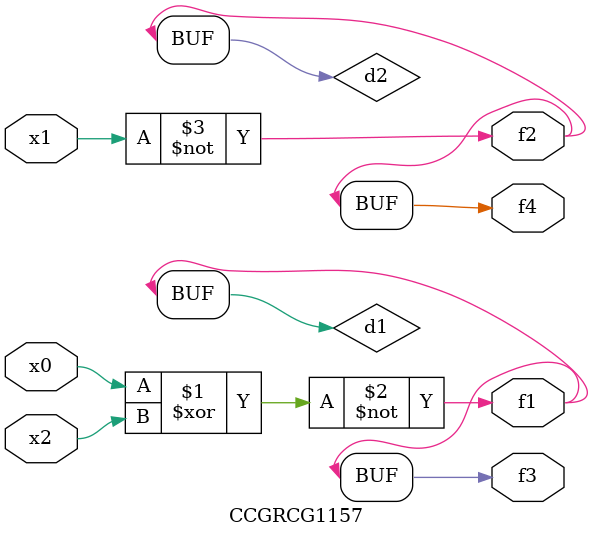
<source format=v>
module CCGRCG1157(
	input x0, x1, x2,
	output f1, f2, f3, f4
);

	wire d1, d2, d3;

	xnor (d1, x0, x2);
	nand (d2, x1);
	nor (d3, x1, x2);
	assign f1 = d1;
	assign f2 = d2;
	assign f3 = d1;
	assign f4 = d2;
endmodule

</source>
